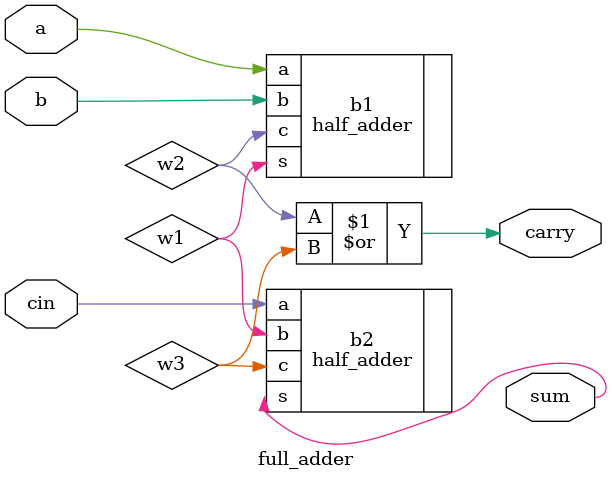
<source format=v>
module full_adder(a,b,cin,sum,carry);
input a,b,cin;
output sum,carry;
wire w1,w2,w3;
half_adder b1(.a(a),.b(b),.s(w1),.c(w2));
half_adder b2(.a(cin),.b(w1),.s(sum),.c(w3));
or or1(carry,w2,w3);
endmodule
</source>
